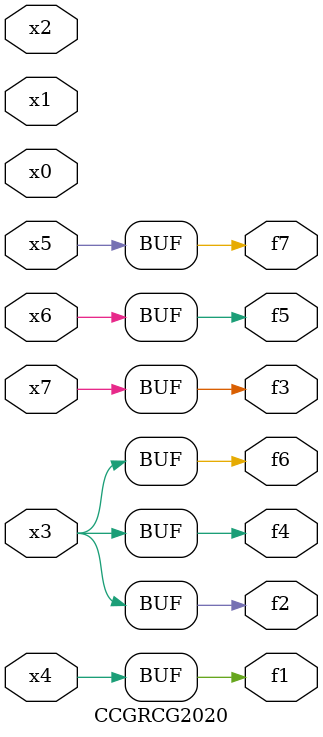
<source format=v>
module CCGRCG2020(
	input x0, x1, x2, x3, x4, x5, x6, x7,
	output f1, f2, f3, f4, f5, f6, f7
);
	assign f1 = x4;
	assign f2 = x3;
	assign f3 = x7;
	assign f4 = x3;
	assign f5 = x6;
	assign f6 = x3;
	assign f7 = x5;
endmodule

</source>
